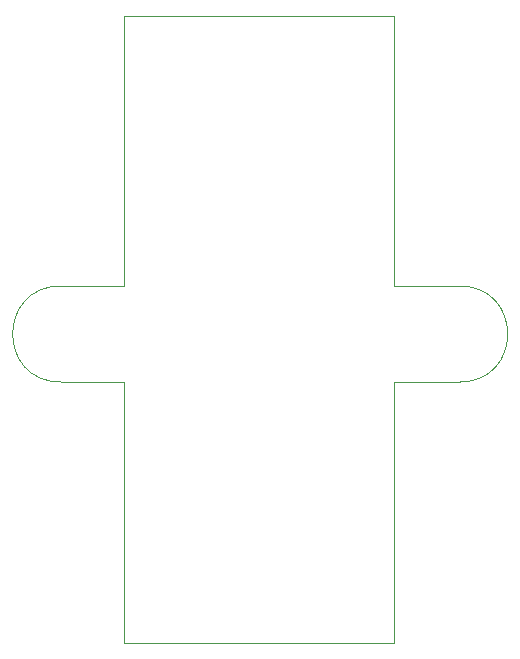
<source format=gbr>
%TF.GenerationSoftware,KiCad,Pcbnew,5.1.9-73d0e3b20d~88~ubuntu20.04.1*%
%TF.CreationDate,2021-03-05T17:28:59-06:00*%
%TF.ProjectId,portalgun-display,706f7274-616c-4677-956e-2d646973706c,rev?*%
%TF.SameCoordinates,Original*%
%TF.FileFunction,Profile,NP*%
%FSLAX46Y46*%
G04 Gerber Fmt 4.6, Leading zero omitted, Abs format (unit mm)*
G04 Created by KiCad (PCBNEW 5.1.9-73d0e3b20d~88~ubuntu20.04.1) date 2021-03-05 17:28:59*
%MOMM*%
%LPD*%
G01*
G04 APERTURE LIST*
%TA.AperFunction,Profile*%
%ADD10C,0.050000*%
%TD*%
G04 APERTURE END LIST*
D10*
X139642700Y-127591000D02*
X139642700Y-105493000D01*
X116782700Y-127591000D02*
X139642700Y-127591000D01*
X116782700Y-105493000D02*
X116782700Y-127591000D01*
X111448700Y-105493000D02*
X116782700Y-105493000D01*
X116782700Y-97365000D02*
X111448700Y-97365000D01*
X116782700Y-74505000D02*
X116782700Y-97365000D01*
X139642700Y-74505000D02*
X116782700Y-74505000D01*
X139642700Y-74759000D02*
X139642700Y-74505000D01*
X139642700Y-97365000D02*
X139642700Y-74759000D01*
X145230700Y-105493000D02*
X139642700Y-105493000D01*
X145230700Y-97365000D02*
X139642700Y-97365000D01*
X145230700Y-97365000D02*
G75*
G02*
X145230700Y-105493000I0J-4064000D01*
G01*
X111448700Y-105493000D02*
G75*
G02*
X111448700Y-97365000I0J4064000D01*
G01*
M02*

</source>
